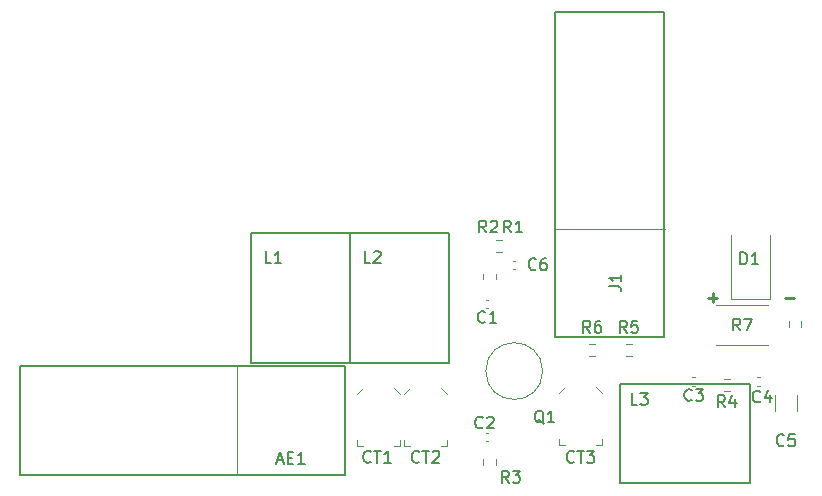
<source format=gbr>
%TF.GenerationSoftware,KiCad,Pcbnew,(5.1.9-13-g2d491f9cbd)-1*%
%TF.CreationDate,2021-02-20T15:51:51+01:00*%
%TF.ProjectId,Ant_Amp,416e745f-416d-4702-9e6b-696361645f70,rev?*%
%TF.SameCoordinates,Original*%
%TF.FileFunction,Legend,Top*%
%TF.FilePolarity,Positive*%
%FSLAX46Y46*%
G04 Gerber Fmt 4.6, Leading zero omitted, Abs format (unit mm)*
G04 Created by KiCad (PCBNEW (5.1.9-13-g2d491f9cbd)-1) date 2021-02-20 15:51:51*
%MOMM*%
%LPD*%
G01*
G04 APERTURE LIST*
%ADD10C,0.250000*%
%ADD11C,0.120000*%
%ADD12C,0.150000*%
G04 APERTURE END LIST*
D10*
X141283067Y-108393248D02*
X142044972Y-108393248D01*
X134783067Y-108393248D02*
X135544972Y-108393248D01*
X135164020Y-108774200D02*
X135164020Y-108012296D01*
D11*
%TO.C,CT3*%
X125264020Y-115971820D02*
X125764020Y-116471820D01*
X122664020Y-115971820D02*
X122164020Y-116471820D01*
X125764020Y-120871820D02*
X125764020Y-120371820D01*
X125764020Y-120871820D02*
X125264020Y-120871820D01*
X122164020Y-120871820D02*
X122164020Y-120371820D01*
X122164020Y-120871820D02*
X122664020Y-120871820D01*
%TO.C,CT2*%
X112164020Y-116071820D02*
X112664020Y-116571820D01*
X109564020Y-116071820D02*
X109064020Y-116571820D01*
X112664020Y-120971820D02*
X112664020Y-120471820D01*
X112664020Y-120971820D02*
X112164020Y-120971820D01*
X109064020Y-120971820D02*
X109064020Y-120471820D01*
X109064020Y-120971820D02*
X109564020Y-120971820D01*
%TO.C,CT1*%
X105064020Y-120971820D02*
X105564020Y-120971820D01*
X105064020Y-120971820D02*
X105064020Y-120471820D01*
X108664020Y-120971820D02*
X108164020Y-120971820D01*
X108664020Y-120971820D02*
X108664020Y-120471820D01*
X105564020Y-116071820D02*
X105064020Y-116571820D01*
X108164020Y-116071820D02*
X108664020Y-116571820D01*
%TO.C,R7*%
X135486956Y-109011820D02*
X139841084Y-109011820D01*
X135486956Y-112431820D02*
X139841084Y-112431820D01*
%TO.C,C6*%
X118256184Y-105261820D02*
X118471856Y-105261820D01*
X118256184Y-105981820D02*
X118471856Y-105981820D01*
%TO.C,C4*%
X138956184Y-115161820D02*
X139171856Y-115161820D01*
X138956184Y-115881820D02*
X139171856Y-115881820D01*
%TO.C,C3*%
X133671856Y-115881820D02*
X133456184Y-115881820D01*
X133671856Y-115161820D02*
X133456184Y-115161820D01*
%TO.C,C2*%
X116171856Y-120581820D02*
X115956184Y-120581820D01*
X116171856Y-119861820D02*
X115956184Y-119861820D01*
%TO.C,C1*%
X116171856Y-109281820D02*
X115956184Y-109281820D01*
X116171856Y-108561820D02*
X115956184Y-108561820D01*
D12*
%TO.C,L1*%
X96064020Y-102921820D02*
X96064020Y-113921820D01*
X96064020Y-113921820D02*
X104464020Y-113921820D01*
X104464020Y-113921820D02*
X104464020Y-102921820D01*
X104464020Y-102921820D02*
X96064020Y-102921820D01*
D11*
%TO.C,FB1*%
X142686520Y-110384562D02*
X142686520Y-110859078D01*
X141641520Y-110384562D02*
X141641520Y-110859078D01*
D12*
%TO.C,J1*%
X121864020Y-84221820D02*
X131064020Y-84221820D01*
X131064020Y-111721820D02*
X131064020Y-84221820D01*
X121864020Y-111721820D02*
X131064020Y-111721820D01*
X121864020Y-111721820D02*
X121864020Y-84221820D01*
D11*
X121866620Y-102562520D02*
X131099520Y-102575220D01*
%TO.C,D1*%
X136714020Y-108521820D02*
X140014020Y-108521820D01*
X140014020Y-108521820D02*
X140014020Y-103121820D01*
X136714020Y-108521820D02*
X136714020Y-103121820D01*
%TO.C,C5*%
X142274020Y-116610568D02*
X142274020Y-118033072D01*
X140454020Y-116610568D02*
X140454020Y-118033072D01*
D12*
%TO.C,AE1*%
X76564020Y-123421820D02*
X76564020Y-114221820D01*
X104064020Y-114221820D02*
X76564020Y-114221820D01*
X104064020Y-123421820D02*
X104064020Y-114221820D01*
X104064020Y-123421820D02*
X76564020Y-123421820D01*
D11*
X94904720Y-123419220D02*
X94917420Y-114186320D01*
%TO.C,R6*%
X125201278Y-113344320D02*
X124726762Y-113344320D01*
X125201278Y-112299320D02*
X124726762Y-112299320D01*
%TO.C,R5*%
X127826762Y-112299320D02*
X128301278Y-112299320D01*
X127826762Y-113344320D02*
X128301278Y-113344320D01*
%TO.C,R4*%
X136126762Y-115299320D02*
X136601278Y-115299320D01*
X136126762Y-116344320D02*
X136601278Y-116344320D01*
%TO.C,R3*%
X116786520Y-122084562D02*
X116786520Y-122559078D01*
X115741520Y-122084562D02*
X115741520Y-122559078D01*
%TO.C,R2*%
X116786520Y-106384562D02*
X116786520Y-106859078D01*
X115741520Y-106384562D02*
X115741520Y-106859078D01*
%TO.C,R1*%
X116826762Y-103499320D02*
X117301278Y-103499320D01*
X116826762Y-104544320D02*
X117301278Y-104544320D01*
%TO.C,Q1*%
X120765966Y-114621820D02*
G75*
G03*
X120765966Y-114621820I-2401946J0D01*
G01*
D12*
%TO.C,L2*%
X104464020Y-102921820D02*
X104464020Y-113921820D01*
X104464020Y-113921820D02*
X112864020Y-113921820D01*
X112864020Y-113921820D02*
X112864020Y-102921820D01*
X112864020Y-102921820D02*
X104464020Y-102921820D01*
%TO.C,L3*%
X127364020Y-115721820D02*
X127364020Y-124121820D01*
X138364020Y-115721820D02*
X127364020Y-115721820D01*
X138364020Y-124121820D02*
X138364020Y-115721820D01*
X127364020Y-124121820D02*
X138364020Y-124121820D01*
%TO.C,CT3*%
X123416400Y-122278962D02*
X123368781Y-122326581D01*
X123225924Y-122374200D01*
X123130686Y-122374200D01*
X122987829Y-122326581D01*
X122892591Y-122231343D01*
X122844972Y-122136105D01*
X122797353Y-121945629D01*
X122797353Y-121802772D01*
X122844972Y-121612296D01*
X122892591Y-121517058D01*
X122987829Y-121421820D01*
X123130686Y-121374200D01*
X123225924Y-121374200D01*
X123368781Y-121421820D01*
X123416400Y-121469439D01*
X123702115Y-121374200D02*
X124273543Y-121374200D01*
X123987829Y-122374200D02*
X123987829Y-121374200D01*
X124511639Y-121374200D02*
X125130686Y-121374200D01*
X124797353Y-121755153D01*
X124940210Y-121755153D01*
X125035448Y-121802772D01*
X125083067Y-121850391D01*
X125130686Y-121945629D01*
X125130686Y-122183724D01*
X125083067Y-122278962D01*
X125035448Y-122326581D01*
X124940210Y-122374200D01*
X124654496Y-122374200D01*
X124559258Y-122326581D01*
X124511639Y-122278962D01*
%TO.C,CT2*%
X110316400Y-122278962D02*
X110268781Y-122326581D01*
X110125924Y-122374200D01*
X110030686Y-122374200D01*
X109887829Y-122326581D01*
X109792591Y-122231343D01*
X109744972Y-122136105D01*
X109697353Y-121945629D01*
X109697353Y-121802772D01*
X109744972Y-121612296D01*
X109792591Y-121517058D01*
X109887829Y-121421820D01*
X110030686Y-121374200D01*
X110125924Y-121374200D01*
X110268781Y-121421820D01*
X110316400Y-121469439D01*
X110602115Y-121374200D02*
X111173543Y-121374200D01*
X110887829Y-122374200D02*
X110887829Y-121374200D01*
X111459258Y-121469439D02*
X111506877Y-121421820D01*
X111602115Y-121374200D01*
X111840210Y-121374200D01*
X111935448Y-121421820D01*
X111983067Y-121469439D01*
X112030686Y-121564677D01*
X112030686Y-121659915D01*
X111983067Y-121802772D01*
X111411639Y-122374200D01*
X112030686Y-122374200D01*
%TO.C,CT1*%
X106216400Y-122278962D02*
X106168781Y-122326581D01*
X106025924Y-122374200D01*
X105930686Y-122374200D01*
X105787829Y-122326581D01*
X105692591Y-122231343D01*
X105644972Y-122136105D01*
X105597353Y-121945629D01*
X105597353Y-121802772D01*
X105644972Y-121612296D01*
X105692591Y-121517058D01*
X105787829Y-121421820D01*
X105930686Y-121374200D01*
X106025924Y-121374200D01*
X106168781Y-121421820D01*
X106216400Y-121469439D01*
X106502115Y-121374200D02*
X107073543Y-121374200D01*
X106787829Y-122374200D02*
X106787829Y-121374200D01*
X107930686Y-122374200D02*
X107359258Y-122374200D01*
X107644972Y-122374200D02*
X107644972Y-121374200D01*
X107549734Y-121517058D01*
X107454496Y-121612296D01*
X107359258Y-121659915D01*
%TO.C,R7*%
X137497353Y-111174200D02*
X137164020Y-110698010D01*
X136925924Y-111174200D02*
X136925924Y-110174200D01*
X137306877Y-110174200D01*
X137402115Y-110221820D01*
X137449734Y-110269439D01*
X137497353Y-110364677D01*
X137497353Y-110507534D01*
X137449734Y-110602772D01*
X137402115Y-110650391D01*
X137306877Y-110698010D01*
X136925924Y-110698010D01*
X137830686Y-110174200D02*
X138497353Y-110174200D01*
X138068781Y-111174200D01*
%TO.C,C6*%
X120197353Y-105978962D02*
X120149734Y-106026581D01*
X120006877Y-106074200D01*
X119911639Y-106074200D01*
X119768781Y-106026581D01*
X119673543Y-105931343D01*
X119625924Y-105836105D01*
X119578305Y-105645629D01*
X119578305Y-105502772D01*
X119625924Y-105312296D01*
X119673543Y-105217058D01*
X119768781Y-105121820D01*
X119911639Y-105074200D01*
X120006877Y-105074200D01*
X120149734Y-105121820D01*
X120197353Y-105169439D01*
X121054496Y-105074200D02*
X120864020Y-105074200D01*
X120768781Y-105121820D01*
X120721162Y-105169439D01*
X120625924Y-105312296D01*
X120578305Y-105502772D01*
X120578305Y-105883724D01*
X120625924Y-105978962D01*
X120673543Y-106026581D01*
X120768781Y-106074200D01*
X120959258Y-106074200D01*
X121054496Y-106026581D01*
X121102115Y-105978962D01*
X121149734Y-105883724D01*
X121149734Y-105645629D01*
X121102115Y-105550391D01*
X121054496Y-105502772D01*
X120959258Y-105455153D01*
X120768781Y-105455153D01*
X120673543Y-105502772D01*
X120625924Y-105550391D01*
X120578305Y-105645629D01*
%TO.C,C4*%
X139197353Y-117178962D02*
X139149734Y-117226581D01*
X139006877Y-117274200D01*
X138911639Y-117274200D01*
X138768781Y-117226581D01*
X138673543Y-117131343D01*
X138625924Y-117036105D01*
X138578305Y-116845629D01*
X138578305Y-116702772D01*
X138625924Y-116512296D01*
X138673543Y-116417058D01*
X138768781Y-116321820D01*
X138911639Y-116274200D01*
X139006877Y-116274200D01*
X139149734Y-116321820D01*
X139197353Y-116369439D01*
X140054496Y-116607534D02*
X140054496Y-117274200D01*
X139816400Y-116226581D02*
X139578305Y-116940867D01*
X140197353Y-116940867D01*
%TO.C,C3*%
X133397353Y-117038962D02*
X133349734Y-117086581D01*
X133206877Y-117134200D01*
X133111639Y-117134200D01*
X132968781Y-117086581D01*
X132873543Y-116991343D01*
X132825924Y-116896105D01*
X132778305Y-116705629D01*
X132778305Y-116562772D01*
X132825924Y-116372296D01*
X132873543Y-116277058D01*
X132968781Y-116181820D01*
X133111639Y-116134200D01*
X133206877Y-116134200D01*
X133349734Y-116181820D01*
X133397353Y-116229439D01*
X133730686Y-116134200D02*
X134349734Y-116134200D01*
X134016400Y-116515153D01*
X134159258Y-116515153D01*
X134254496Y-116562772D01*
X134302115Y-116610391D01*
X134349734Y-116705629D01*
X134349734Y-116943724D01*
X134302115Y-117038962D01*
X134254496Y-117086581D01*
X134159258Y-117134200D01*
X133873543Y-117134200D01*
X133778305Y-117086581D01*
X133730686Y-117038962D01*
%TO.C,C2*%
X115697353Y-119378962D02*
X115649734Y-119426581D01*
X115506877Y-119474200D01*
X115411639Y-119474200D01*
X115268781Y-119426581D01*
X115173543Y-119331343D01*
X115125924Y-119236105D01*
X115078305Y-119045629D01*
X115078305Y-118902772D01*
X115125924Y-118712296D01*
X115173543Y-118617058D01*
X115268781Y-118521820D01*
X115411639Y-118474200D01*
X115506877Y-118474200D01*
X115649734Y-118521820D01*
X115697353Y-118569439D01*
X116078305Y-118569439D02*
X116125924Y-118521820D01*
X116221162Y-118474200D01*
X116459258Y-118474200D01*
X116554496Y-118521820D01*
X116602115Y-118569439D01*
X116649734Y-118664677D01*
X116649734Y-118759915D01*
X116602115Y-118902772D01*
X116030686Y-119474200D01*
X116649734Y-119474200D01*
%TO.C,C1*%
X115897353Y-110438962D02*
X115849734Y-110486581D01*
X115706877Y-110534200D01*
X115611639Y-110534200D01*
X115468781Y-110486581D01*
X115373543Y-110391343D01*
X115325924Y-110296105D01*
X115278305Y-110105629D01*
X115278305Y-109962772D01*
X115325924Y-109772296D01*
X115373543Y-109677058D01*
X115468781Y-109581820D01*
X115611639Y-109534200D01*
X115706877Y-109534200D01*
X115849734Y-109581820D01*
X115897353Y-109629439D01*
X116849734Y-110534200D02*
X116278305Y-110534200D01*
X116564020Y-110534200D02*
X116564020Y-109534200D01*
X116468781Y-109677058D01*
X116373543Y-109772296D01*
X116278305Y-109819915D01*
%TO.C,L1*%
X97797353Y-105474200D02*
X97321162Y-105474200D01*
X97321162Y-104474200D01*
X98654496Y-105474200D02*
X98083067Y-105474200D01*
X98368781Y-105474200D02*
X98368781Y-104474200D01*
X98273543Y-104617058D01*
X98178305Y-104712296D01*
X98083067Y-104759915D01*
%TO.C,J1*%
X126416400Y-107455153D02*
X127130686Y-107455153D01*
X127273543Y-107502772D01*
X127368781Y-107598010D01*
X127416400Y-107740867D01*
X127416400Y-107836105D01*
X127416400Y-106455153D02*
X127416400Y-107026581D01*
X127416400Y-106740867D02*
X126416400Y-106740867D01*
X126559258Y-106836105D01*
X126654496Y-106931343D01*
X126702115Y-107026581D01*
%TO.C,D1*%
X137525924Y-105574200D02*
X137525924Y-104574200D01*
X137764020Y-104574200D01*
X137906877Y-104621820D01*
X138002115Y-104717058D01*
X138049734Y-104812296D01*
X138097353Y-105002772D01*
X138097353Y-105145629D01*
X138049734Y-105336105D01*
X138002115Y-105431343D01*
X137906877Y-105526581D01*
X137764020Y-105574200D01*
X137525924Y-105574200D01*
X139049734Y-105574200D02*
X138478305Y-105574200D01*
X138764020Y-105574200D02*
X138764020Y-104574200D01*
X138668781Y-104717058D01*
X138573543Y-104812296D01*
X138478305Y-104859915D01*
%TO.C,C5*%
X141197353Y-120878962D02*
X141149734Y-120926581D01*
X141006877Y-120974200D01*
X140911639Y-120974200D01*
X140768781Y-120926581D01*
X140673543Y-120831343D01*
X140625924Y-120736105D01*
X140578305Y-120545629D01*
X140578305Y-120402772D01*
X140625924Y-120212296D01*
X140673543Y-120117058D01*
X140768781Y-120021820D01*
X140911639Y-119974200D01*
X141006877Y-119974200D01*
X141149734Y-120021820D01*
X141197353Y-120069439D01*
X142102115Y-119974200D02*
X141625924Y-119974200D01*
X141578305Y-120450391D01*
X141625924Y-120402772D01*
X141721162Y-120355153D01*
X141959258Y-120355153D01*
X142054496Y-120402772D01*
X142102115Y-120450391D01*
X142149734Y-120545629D01*
X142149734Y-120783724D01*
X142102115Y-120878962D01*
X142054496Y-120926581D01*
X141959258Y-120974200D01*
X141721162Y-120974200D01*
X141625924Y-120926581D01*
X141578305Y-120878962D01*
%TO.C,AE1*%
X98297353Y-122188486D02*
X98773543Y-122188486D01*
X98202115Y-122474200D02*
X98535448Y-121474200D01*
X98868781Y-122474200D01*
X99202115Y-121950391D02*
X99535448Y-121950391D01*
X99678305Y-122474200D02*
X99202115Y-122474200D01*
X99202115Y-121474200D01*
X99678305Y-121474200D01*
X100630686Y-122474200D02*
X100059258Y-122474200D01*
X100344972Y-122474200D02*
X100344972Y-121474200D01*
X100249734Y-121617058D01*
X100154496Y-121712296D01*
X100059258Y-121759915D01*
%TO.C,R6*%
X124797353Y-111374200D02*
X124464020Y-110898010D01*
X124225924Y-111374200D02*
X124225924Y-110374200D01*
X124606877Y-110374200D01*
X124702115Y-110421820D01*
X124749734Y-110469439D01*
X124797353Y-110564677D01*
X124797353Y-110707534D01*
X124749734Y-110802772D01*
X124702115Y-110850391D01*
X124606877Y-110898010D01*
X124225924Y-110898010D01*
X125654496Y-110374200D02*
X125464020Y-110374200D01*
X125368781Y-110421820D01*
X125321162Y-110469439D01*
X125225924Y-110612296D01*
X125178305Y-110802772D01*
X125178305Y-111183724D01*
X125225924Y-111278962D01*
X125273543Y-111326581D01*
X125368781Y-111374200D01*
X125559258Y-111374200D01*
X125654496Y-111326581D01*
X125702115Y-111278962D01*
X125749734Y-111183724D01*
X125749734Y-110945629D01*
X125702115Y-110850391D01*
X125654496Y-110802772D01*
X125559258Y-110755153D01*
X125368781Y-110755153D01*
X125273543Y-110802772D01*
X125225924Y-110850391D01*
X125178305Y-110945629D01*
%TO.C,R5*%
X127897353Y-111374200D02*
X127564020Y-110898010D01*
X127325924Y-111374200D02*
X127325924Y-110374200D01*
X127706877Y-110374200D01*
X127802115Y-110421820D01*
X127849734Y-110469439D01*
X127897353Y-110564677D01*
X127897353Y-110707534D01*
X127849734Y-110802772D01*
X127802115Y-110850391D01*
X127706877Y-110898010D01*
X127325924Y-110898010D01*
X128802115Y-110374200D02*
X128325924Y-110374200D01*
X128278305Y-110850391D01*
X128325924Y-110802772D01*
X128421162Y-110755153D01*
X128659258Y-110755153D01*
X128754496Y-110802772D01*
X128802115Y-110850391D01*
X128849734Y-110945629D01*
X128849734Y-111183724D01*
X128802115Y-111278962D01*
X128754496Y-111326581D01*
X128659258Y-111374200D01*
X128421162Y-111374200D01*
X128325924Y-111326581D01*
X128278305Y-111278962D01*
%TO.C,R4*%
X136197353Y-117674200D02*
X135864020Y-117198010D01*
X135625924Y-117674200D02*
X135625924Y-116674200D01*
X136006877Y-116674200D01*
X136102115Y-116721820D01*
X136149734Y-116769439D01*
X136197353Y-116864677D01*
X136197353Y-117007534D01*
X136149734Y-117102772D01*
X136102115Y-117150391D01*
X136006877Y-117198010D01*
X135625924Y-117198010D01*
X137054496Y-117007534D02*
X137054496Y-117674200D01*
X136816400Y-116626581D02*
X136578305Y-117340867D01*
X137197353Y-117340867D01*
%TO.C,R3*%
X117897353Y-124074200D02*
X117564020Y-123598010D01*
X117325924Y-124074200D02*
X117325924Y-123074200D01*
X117706877Y-123074200D01*
X117802115Y-123121820D01*
X117849734Y-123169439D01*
X117897353Y-123264677D01*
X117897353Y-123407534D01*
X117849734Y-123502772D01*
X117802115Y-123550391D01*
X117706877Y-123598010D01*
X117325924Y-123598010D01*
X118230686Y-123074200D02*
X118849734Y-123074200D01*
X118516400Y-123455153D01*
X118659258Y-123455153D01*
X118754496Y-123502772D01*
X118802115Y-123550391D01*
X118849734Y-123645629D01*
X118849734Y-123883724D01*
X118802115Y-123978962D01*
X118754496Y-124026581D01*
X118659258Y-124074200D01*
X118373543Y-124074200D01*
X118278305Y-124026581D01*
X118230686Y-123978962D01*
%TO.C,R2*%
X115997353Y-102874200D02*
X115664020Y-102398010D01*
X115425924Y-102874200D02*
X115425924Y-101874200D01*
X115806877Y-101874200D01*
X115902115Y-101921820D01*
X115949734Y-101969439D01*
X115997353Y-102064677D01*
X115997353Y-102207534D01*
X115949734Y-102302772D01*
X115902115Y-102350391D01*
X115806877Y-102398010D01*
X115425924Y-102398010D01*
X116378305Y-101969439D02*
X116425924Y-101921820D01*
X116521162Y-101874200D01*
X116759258Y-101874200D01*
X116854496Y-101921820D01*
X116902115Y-101969439D01*
X116949734Y-102064677D01*
X116949734Y-102159915D01*
X116902115Y-102302772D01*
X116330686Y-102874200D01*
X116949734Y-102874200D01*
%TO.C,R1*%
X118097353Y-102874200D02*
X117764020Y-102398010D01*
X117525924Y-102874200D02*
X117525924Y-101874200D01*
X117906877Y-101874200D01*
X118002115Y-101921820D01*
X118049734Y-101969439D01*
X118097353Y-102064677D01*
X118097353Y-102207534D01*
X118049734Y-102302772D01*
X118002115Y-102350391D01*
X117906877Y-102398010D01*
X117525924Y-102398010D01*
X119049734Y-102874200D02*
X118478305Y-102874200D01*
X118764020Y-102874200D02*
X118764020Y-101874200D01*
X118668781Y-102017058D01*
X118573543Y-102112296D01*
X118478305Y-102159915D01*
%TO.C,Q1*%
X120868781Y-119069439D02*
X120773543Y-119021820D01*
X120678305Y-118926581D01*
X120535448Y-118783724D01*
X120440210Y-118736105D01*
X120344972Y-118736105D01*
X120392591Y-118974200D02*
X120297353Y-118926581D01*
X120202115Y-118831343D01*
X120154496Y-118640867D01*
X120154496Y-118307534D01*
X120202115Y-118117058D01*
X120297353Y-118021820D01*
X120392591Y-117974200D01*
X120583067Y-117974200D01*
X120678305Y-118021820D01*
X120773543Y-118117058D01*
X120821162Y-118307534D01*
X120821162Y-118640867D01*
X120773543Y-118831343D01*
X120678305Y-118926581D01*
X120583067Y-118974200D01*
X120392591Y-118974200D01*
X121773543Y-118974200D02*
X121202115Y-118974200D01*
X121487829Y-118974200D02*
X121487829Y-117974200D01*
X121392591Y-118117058D01*
X121297353Y-118212296D01*
X121202115Y-118259915D01*
%TO.C,L2*%
X106197353Y-105474200D02*
X105721162Y-105474200D01*
X105721162Y-104474200D01*
X106483067Y-104569439D02*
X106530686Y-104521820D01*
X106625924Y-104474200D01*
X106864020Y-104474200D01*
X106959258Y-104521820D01*
X107006877Y-104569439D01*
X107054496Y-104664677D01*
X107054496Y-104759915D01*
X107006877Y-104902772D01*
X106435448Y-105474200D01*
X107054496Y-105474200D01*
%TO.C,L3*%
X128797353Y-117474200D02*
X128321162Y-117474200D01*
X128321162Y-116474200D01*
X129035448Y-116474200D02*
X129654496Y-116474200D01*
X129321162Y-116855153D01*
X129464020Y-116855153D01*
X129559258Y-116902772D01*
X129606877Y-116950391D01*
X129654496Y-117045629D01*
X129654496Y-117283724D01*
X129606877Y-117378962D01*
X129559258Y-117426581D01*
X129464020Y-117474200D01*
X129178305Y-117474200D01*
X129083067Y-117426581D01*
X129035448Y-117378962D01*
%TD*%
M02*

</source>
